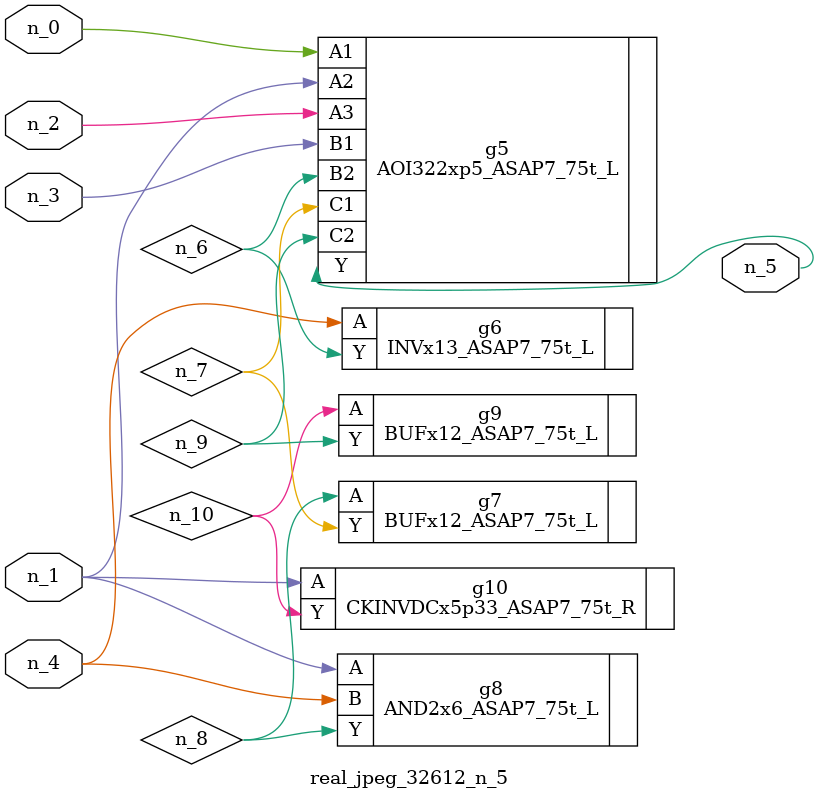
<source format=v>
module real_jpeg_32612_n_5 (n_4, n_0, n_1, n_2, n_3, n_5);

input n_4;
input n_0;
input n_1;
input n_2;
input n_3;

output n_5;

wire n_8;
wire n_6;
wire n_7;
wire n_10;
wire n_9;

AOI322xp5_ASAP7_75t_L g5 ( 
.A1(n_0),
.A2(n_1),
.A3(n_2),
.B1(n_3),
.B2(n_6),
.C1(n_7),
.C2(n_9),
.Y(n_5)
);

AND2x6_ASAP7_75t_L g8 ( 
.A(n_1),
.B(n_4),
.Y(n_8)
);

CKINVDCx5p33_ASAP7_75t_R g10 ( 
.A(n_1),
.Y(n_10)
);

INVx13_ASAP7_75t_L g6 ( 
.A(n_4),
.Y(n_6)
);

BUFx12_ASAP7_75t_L g7 ( 
.A(n_8),
.Y(n_7)
);

BUFx12_ASAP7_75t_L g9 ( 
.A(n_10),
.Y(n_9)
);


endmodule
</source>
